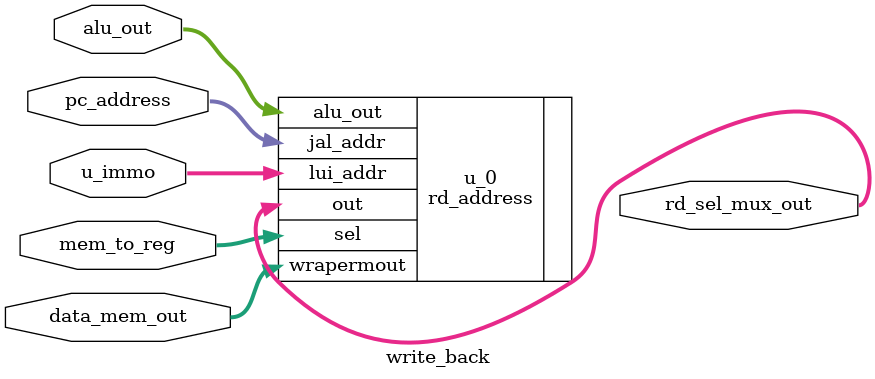
<source format=v>
`include "rd_address.v"
module write_back (
    input wire [1:0]  mem_to_reg,
    input wire [31:0] alu_out,
    input wire [31:0] data_mem_out,
    input wire [31:0] pc_address,
    input wire [31:0] u_immo,

    output wire [31:0] rd_sel_mux_out
    );

    //WRITE BACK MUX
    rd_address u_0 (
        .alu_out(alu_out),
        .wrapermout(data_mem_out),
        .jal_addr(pc_address),
        .lui_addr(u_immo),
        .sel(mem_to_reg),
        .out(rd_sel_mux_out)
    );  
endmodule
</source>
